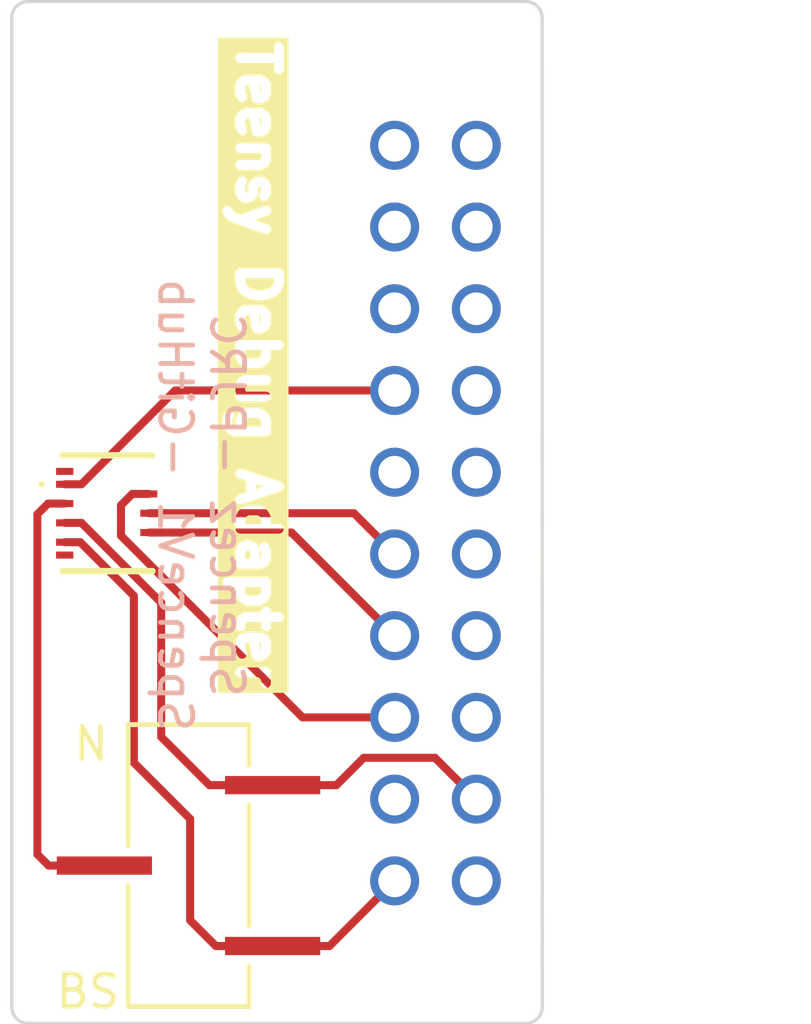
<source format=kicad_pcb>
(kicad_pcb (version 20221018) (generator pcbnew)
  (layers (0 "F.Cu" signal) (31 "B.Cu" signal) (34 "B.Paste" user) (35 "F.Paste" user) (36 "B.SilkS" user "B.Silkscreen") (37 "F.SilkS" user "F.Silkscreen") (38 "B.Mask" user) (39 "F.Mask" user) (44 "Edge.Cuts" user))
  (net 0 "")
  (net 1 "Net-(J1-Pad2)")
  (net 2 "Net-(J1-Pad4)")
  (net 3 "Net-(J1-Pad5)")
  (net 4 "Net-(J1-Pad6)")
  (net 5 "Net-(J1-Pad7)")
  (net 22 "Net-(J1-Pad1)")
  (net 23 "Net-(J1-Pad3)")
  (footprint "JS102011:SWITCH_1SCQN" (layer "F.Cu") (at 148.5 96.1 180)
    (fp_text reference "U1" hide)
    (fp_text value "JS102011SCQN")
    (fp_line (start -1.8796 -4.3815) (end -1.8796 -3.11674) (stroke (width 0.1524)) (layer "F.SilkS"))
    (fp_line (start -1.8796 -1.88326) (end -1.8796 1.88326) (stroke (width 0.1524)) (layer "F.SilkS"))
    (fp_line (start -1.8796 3.11674) (end -1.8796 4.3815) (stroke (width 0.1524)) (layer "F.SilkS"))
    (fp_line (start -1.8796 4.3815) (end 1.8796 4.3815) (stroke (width 0.1524)) (layer "F.SilkS"))
    (fp_line (start 1.8796 -4.3815) (end -1.8796 -4.3815) (stroke (width 0.1524)) (layer "F.SilkS"))
    (fp_line (start 1.8796 -0.61674) (end 1.8796 -4.3815) (stroke (width 0.1524)) (layer "F.SilkS"))
    (fp_line (start 1.8796 4.3815) (end 1.8796 0.61674) (stroke (width 0.1524)) (layer "F.SilkS"))
    (pad "1" smd rect (at -2.6162 -2.5 180) (size 2.960598 0.568) (layers "F.Cu" "F.Paste" "F.Mask") (net 5 "Net-(J1-Pad7)"))
    (pad "2" smd rect (at 2.6162 0 180) (size 2.960598 0.568) (layers "F.Cu" "F.Paste" "F.Mask") (net 23 "Net-(J1-Pad3)"))
    (pad "3" smd rect (at -2.6162 2.5 180) (size 2.960598 0.568) (layers "F.Cu" "F.Paste" "F.Mask") (net 3 "Net-(J1-Pad5)"))
  )
  (footprint "504754-0700:5047540700" (layer "F.Cu") (at 145.98 85.15 -90)
    (fp_text reference "J1" hide)
    (fp_text value "504754-0700" hide)
    (fp_line (start -1.8 1.4) (end -1.8 -1.4) (stroke (width 0.2)) (layer "F.SilkS"))
    (fp_line (start -0.9 2) (end -0.9 2) (stroke (width 0.1)) (layer "F.SilkS"))
    (fp_line (start -0.9 2.1) (end -0.9 2.1) (stroke (width 0.1)) (layer "F.SilkS"))
    (fp_line (start 1.8 1.4) (end 1.8 -1.4) (stroke (width 0.2)) (layer "F.SilkS"))
    (fp_arc (start -0.9 2) (mid -0.85 2.05) (end -0.9 2.1) (stroke (width 0.1)) (layer "F.SilkS"))
    (fp_arc (start -0.9 2.1) (mid -0.95 2.05) (end -0.9 2) (stroke (width 0.1)) (layer "F.SilkS"))
    (pad "1" smd rect (at -0.9 1.33 270) (size 0.22 0.54) (layers "F.Cu" "F.Paste" "F.Mask") (net 22 "Net-(J1-Pad1)"))
    (pad "2" smd rect (at -0.6 -1.285 270) (size 0.22 0.53) (layers "F.Cu" "F.Paste" "F.Mask") (net 1 "Net-(J1-Pad2)"))
    (pad "3" smd rect (at -0.3 1.33 270) (size 0.22 0.54) (layers "F.Cu" "F.Paste" "F.Mask") (net 23 "Net-(J1-Pad3)"))
    (pad "4" smd rect (at 0 -1.285 270) (size 0.22 0.53) (layers "F.Cu" "F.Paste" "F.Mask") (net 2 "Net-(J1-Pad4)"))
    (pad "5" smd rect (at 0.3 1.33 270) (size 0.22 0.54) (layers "F.Cu" "F.Paste" "F.Mask") (net 3 "Net-(J1-Pad5)"))
    (pad "6" smd rect (at 0.6 -1.285 270) (size 0.22 0.53) (layers "F.Cu" "F.Paste" "F.Mask") (net 4 "Net-(J1-Pad6)"))
    (pad "7" smd rect (at 0.9 1.33 270) (size 0.22 0.54) (layers "F.Cu" "F.Paste" "F.Mask") (net 5 "Net-(J1-Pad7)"))
    (pad "MP1" smd rect (at -1.3 1.33 270) (size 0.22 0.54) (layers "F.Cu" "F.Paste" "F.Mask") (clearance 0.001))
    (pad "MP2" smd rect (at 1.3 1.33 270) (size 0.22 0.54) (layers "F.Cu" "F.Paste" "F.Mask") (clearance 0.001))
  )
  (footprint "SFH11:CONN20_D10-RA-BK_SUL" (layer "F.Cu") (at 154.91 96.575 90)
    (fp_text reference "J2" hide)
    (fp_text value "SFH11-PBPC-D10-RA-BK")
    (pad "1" thru_hole circle (at 0 0 90) (size 1.524 1.524) (drill 1.016) (layers "*.Cu" "*.Mask") (net 5 "Net-(J1-Pad7)"))
    (pad "2" thru_hole circle (at 0 2.54 90) (size 1.524 1.524) (drill 1.016) (layers "*.Cu" "*.Mask"))
    (pad "3" thru_hole circle (at 2.54 0 90) (size 1.524 1.524) (drill 1.016) (layers "*.Cu" "*.Mask"))
    (pad "4" thru_hole circle (at 2.54 2.54 90) (size 1.524 1.524) (drill 1.016) (layers "*.Cu" "*.Mask") (net 3 "Net-(J1-Pad5)"))
    (pad "5" thru_hole circle (at 5.08 0 90) (size 1.524 1.524) (drill 1.016) (layers "*.Cu" "*.Mask") (net 1 "Net-(J1-Pad2)"))
    (pad "6" thru_hole circle (at 5.08 2.54 90) (size 1.524 1.524) (drill 1.016) (layers "*.Cu" "*.Mask"))
    (pad "7" thru_hole circle (at 7.62 0 90) (size 1.524 1.524) (drill 1.016) (layers "*.Cu" "*.Mask") (net 4 "Net-(J1-Pad6)"))
    (pad "8" thru_hole circle (at 7.62 2.54 90) (size 1.524 1.524) (drill 1.016) (layers "*.Cu" "*.Mask"))
    (pad "9" thru_hole circle (at 10.16 0 90) (size 1.524 1.524) (drill 1.016) (layers "*.Cu" "*.Mask") (net 2 "Net-(J1-Pad4)"))
    (pad "10" thru_hole circle (at 10.16 2.54 90) (size 1.524 1.524) (drill 1.016) (layers "*.Cu" "*.Mask"))
    (pad "11" thru_hole circle (at 12.7 0 90) (size 1.524 1.524) (drill 1.016) (layers "*.Cu" "*.Mask"))
    (pad "12" thru_hole circle (at 12.7 2.54 90) (size 1.524 1.524) (drill 1.016) (layers "*.Cu" "*.Mask"))
    (pad "13" thru_hole circle (at 15.24 0 90) (size 1.524 1.524) (drill 1.016) (layers "*.Cu" "*.Mask") (net 22 "Net-(J1-Pad1)"))
    (pad "14" thru_hole circle (at 15.24 2.54 90) (size 1.524 1.524) (drill 1.016) (layers "*.Cu" "*.Mask"))
    (pad "15" thru_hole circle (at 17.78 0 90) (size 1.524 1.524) (drill 1.016) (layers "*.Cu" "*.Mask"))
    (pad "16" thru_hole circle (at 17.78 2.54 90) (size 1.524 1.524) (drill 1.016) (layers "*.Cu" "*.Mask"))
    (pad "17" thru_hole circle (at 20.32 0 90) (size 1.524 1.524) (drill 1.016) (layers "*.Cu" "*.Mask"))
    (pad "18" thru_hole circle (at 20.32 2.54 90) (size 1.524 1.524) (drill 1.016) (layers "*.Cu" "*.Mask"))
    (pad "19" thru_hole circle (at 22.86 0 90) (size 1.524 1.524) (drill 1.016) (layers "*.Cu" "*.Mask"))
    (pad "20" thru_hole circle (at 22.86 2.54 90) (size 1.524 1.524) (drill 1.016) (layers "*.Cu" "*.Mask"))
  )
  (gr_line (start 159.5 100.5) (end 159.496447 69.75) (stroke (width 0.1)) (layer "Edge.Cuts"))
  (gr_line (start 158.996447 69.25) (end 143.5 69.25) (stroke (width 0.1)) (layer "Edge.Cuts"))
  (gr_line (start 143.003553 69.75) (end 143.003553 100.5) (stroke (width 0.1)) (layer "Edge.Cuts"))
  (gr_arc (start 143 69.75) (mid 143.146447 69.396447) (end 143.5 69.25) (stroke (width 0.1)) (layer "Edge.Cuts"))
  (gr_arc (start 158.996447 69.25) (mid 159.35 69.396447) (end 159.496447 69.75) (stroke (width 0.1)) (layer "Edge.Cuts"))
  (gr_arc (start 159.5 100.5) (mid 159.353553 100.853553) (end 159 101) (stroke (width 0.1)) (layer "Edge.Cuts"))
  (gr_line (start 143.503553 101) (end 159 101) (stroke (width 0.1)) (layer "Edge.Cuts"))
  (gr_arc (start 143.503553 101) (mid 143.15 100.853553) (end 143.003553 100.5) (stroke (width 0.1)) (layer "Edge.Cuts"))
  (gr_text "Spencez -PJRC\nSpenceV1 -GitHub" (at 147.5 84.9 270) (layer "B.SilkS") (effects (font (size 1 1)) (justify bottom mirror)))
  (gr_text "N" (at 144.85 92.9) (layer "F.SilkS") (effects (font (size 1 1)) (justify left bottom)))
  (gr_text "Teensy Debug Adapter" (at 150.65 80.55 270) (layer "F.SilkS" knockout) (effects (font (size 1.2 1.2) (thickness 0.3) bold)))
  (gr_text "BS" (at 144.3 100.6) (layer "F.SilkS") (effects (font (size 1 1)) (justify left bottom)))
  (segment (start 146.4 84.9) (end 146.4 85.85) (width 0.25) (layer "F.Cu") (net 1))
  (segment (start 152.045 91.495) (end 154.91 91.495) (width 0.25) (layer "F.Cu") (net 1))
  (segment (start 146.75 84.55) (end 146.4 84.9) (width 0.25) (layer "F.Cu") (net 1))
  (segment (start 147.265 84.55) (end 146.75 84.55) (width 0.25) (layer "F.Cu") (net 1))
  (segment (start 146.4 85.85) (end 152.045 91.495) (width 0.25) (layer "F.Cu") (net 1))
  (segment (start 147.265 85.15) (end 153.645 85.15) (width 0.25) (layer "F.Cu") (net 2))
  (segment (start 153.645 85.15) (end 154.91 86.415) (width 0.25) (layer "F.Cu") (net 2))
  (segment (start 147.65 92.1) (end 149.15 93.6) (width 0.25) (layer "F.Cu") (net 3))
  (segment (start 144.65 85.45) (end 145.17 85.45) (width 0.25) (layer "F.Cu") (net 3))
  (segment (start 153.1 93.6) (end 151.1162 93.6) (width 0.25) (layer "F.Cu") (net 3))
  (segment (start 156.165 92.75) (end 153.95 92.75) (width 0.25) (layer "F.Cu") (net 3))
  (segment (start 157.45 94.035) (end 156.165 92.75) (width 0.25) (layer "F.Cu") (net 3))
  (segment (start 147.65 87.93) (end 147.65 92.1) (width 0.25) (layer "F.Cu") (net 3))
  (segment (start 145.17 85.45) (end 147.65 87.93) (width 0.25) (layer "F.Cu") (net 3))
  (segment (start 153.95 92.75) (end 153.1 93.6) (width 0.25) (layer "F.Cu") (net 3))
  (segment (start 149.15 93.6) (end 151.1162 93.6) (width 0.25) (layer "F.Cu") (net 3))
  (segment (start 147.265 85.75) (end 151.705 85.75) (width 0.25) (layer "F.Cu") (net 4))
  (segment (start 151.705 85.75) (end 154.91 88.955) (width 0.25) (layer "F.Cu") (net 4))
  (segment (start 145.133604 86.05) (end 146.8 87.716396) (width 0.25) (layer "F.Cu") (net 5))
  (segment (start 151.1162 98.6) (end 152.885 98.6) (width 0.25) (layer "F.Cu") (net 5))
  (segment (start 146.8 87.716396) (end 146.8 92.9) (width 0.25) (layer "F.Cu") (net 5))
  (segment (start 152.885 98.6) (end 154.91 96.575) (width 0.25) (layer "F.Cu") (net 5))
  (segment (start 144.65 86.05) (end 145.133604 86.05) (width 0.25) (layer "F.Cu") (net 5))
  (segment (start 149.35 98.6) (end 151.1162 98.6) (width 0.25) (layer "F.Cu") (net 5))
  (segment (start 148.55 94.65) (end 148.55 97.8) (width 0.25) (layer "F.Cu") (net 5))
  (segment (start 148.55 97.8) (end 149.35 98.6) (width 0.25) (layer "F.Cu") (net 5))
  (segment (start 146.8 92.9) (end 148.55 94.65) (width 0.25) (layer "F.Cu") (net 5))
  (segment (start 148.085 81.335) (end 154.91 81.335) (width 0.25) (layer "F.Cu") (net 22))
  (segment (start 145.17 84.25) (end 148.085 81.335) (width 0.25) (layer "F.Cu") (net 22))
  (segment (start 144.65 84.25) (end 145.17 84.25) (width 0.25) (layer "F.Cu") (net 22))
  (segment (start 144.65 84.85) (end 144.13 84.85) (width 0.25) (layer "F.Cu") (net 23))
  (segment (start 143.8 95.75) (end 144.15 96.1) (width 0.25) (layer "F.Cu") (net 23))
  (segment (start 144.13 84.85) (end 143.8 85.18) (width 0.25) (layer "F.Cu") (net 23))
  (segment (start 143.8 85.18) (end 143.8 95.75) (width 0.25) (layer "F.Cu") (net 23))
  (segment (start 144.15 96.1) (end 145.8838 96.1) (width 0.25) (layer "F.Cu") (net 23))
)
</source>
